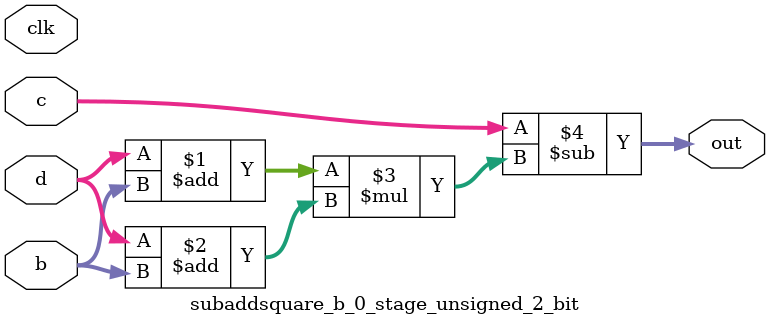
<source format=sv>
(* use_dsp = "yes" *) module subaddsquare_b_0_stage_unsigned_2_bit(
	input  [1:0] b,
	input  [1:0] c,
	input  [1:0] d,
	output [1:0] out,
	input clk);

	assign out = c - ((d + b) * (d + b));
endmodule

</source>
